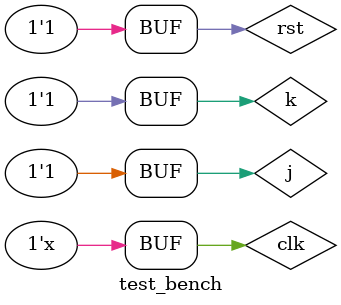
<source format=v>
`timescale 1ns / 1ps
module test_bench();
reg j,k,clk,rst;
wire q;
jk_ff u1(.j(j),.k(k),.clk(clk),.rst(rst),.q(q));
always #5 clk = ~clk;
initial
begin
	rst = 0; clk = 0; j = 1; k = 0;
	#10 j=0;k=0;
	#10 j=1;k=0;
	#10 j=0;k=1;
	#10 j=1;k=1;
	#15	rst = 1;
	#10 j=0;k=0;
	#10 j=1;k=0;
	#10 j=0;k=1;
	#10 j=1;k=1;
end
endmodule
</source>
